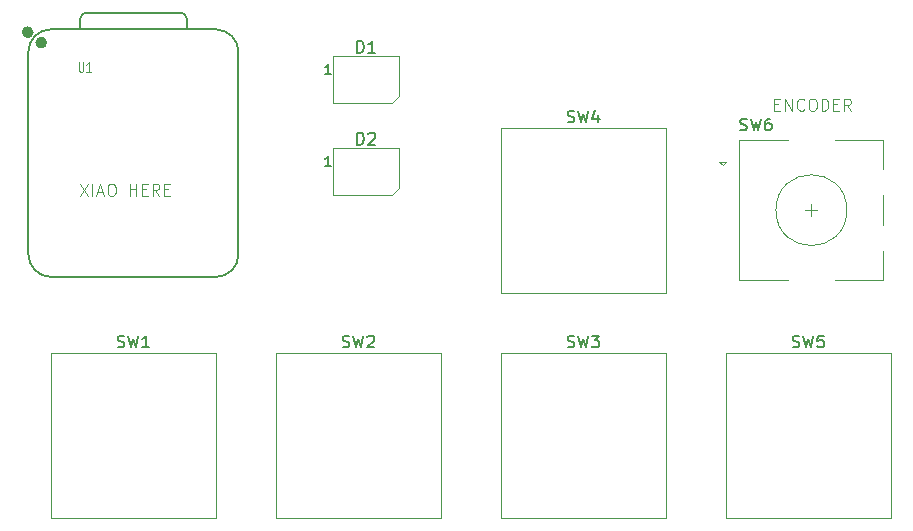
<source format=gbr>
%TF.GenerationSoftware,KiCad,Pcbnew,9.0.6*%
%TF.CreationDate,2025-12-15T23:37:31+00:00*%
%TF.ProjectId,Macropad,4d616372-6f70-4616-942e-6b696361645f,rev?*%
%TF.SameCoordinates,Original*%
%TF.FileFunction,Legend,Top*%
%TF.FilePolarity,Positive*%
%FSLAX46Y46*%
G04 Gerber Fmt 4.6, Leading zero omitted, Abs format (unit mm)*
G04 Created by KiCad (PCBNEW 9.0.6) date 2025-12-15 23:37:31*
%MOMM*%
%LPD*%
G01*
G04 APERTURE LIST*
%ADD10C,0.080000*%
%ADD11C,0.100000*%
%ADD12C,0.150000*%
%ADD13C,0.120000*%
%ADD14C,0.127000*%
%ADD15C,0.504000*%
G04 APERTURE END LIST*
D10*
X178090726Y-29149649D02*
X178424059Y-29149649D01*
X178566916Y-29673459D02*
X178090726Y-29673459D01*
X178090726Y-29673459D02*
X178090726Y-28673459D01*
X178090726Y-28673459D02*
X178566916Y-28673459D01*
X178995488Y-29673459D02*
X178995488Y-28673459D01*
X178995488Y-28673459D02*
X179566916Y-29673459D01*
X179566916Y-29673459D02*
X179566916Y-28673459D01*
X180614535Y-29578220D02*
X180566916Y-29625840D01*
X180566916Y-29625840D02*
X180424059Y-29673459D01*
X180424059Y-29673459D02*
X180328821Y-29673459D01*
X180328821Y-29673459D02*
X180185964Y-29625840D01*
X180185964Y-29625840D02*
X180090726Y-29530601D01*
X180090726Y-29530601D02*
X180043107Y-29435363D01*
X180043107Y-29435363D02*
X179995488Y-29244887D01*
X179995488Y-29244887D02*
X179995488Y-29102030D01*
X179995488Y-29102030D02*
X180043107Y-28911554D01*
X180043107Y-28911554D02*
X180090726Y-28816316D01*
X180090726Y-28816316D02*
X180185964Y-28721078D01*
X180185964Y-28721078D02*
X180328821Y-28673459D01*
X180328821Y-28673459D02*
X180424059Y-28673459D01*
X180424059Y-28673459D02*
X180566916Y-28721078D01*
X180566916Y-28721078D02*
X180614535Y-28768697D01*
X181233583Y-28673459D02*
X181424059Y-28673459D01*
X181424059Y-28673459D02*
X181519297Y-28721078D01*
X181519297Y-28721078D02*
X181614535Y-28816316D01*
X181614535Y-28816316D02*
X181662154Y-29006792D01*
X181662154Y-29006792D02*
X181662154Y-29340125D01*
X181662154Y-29340125D02*
X181614535Y-29530601D01*
X181614535Y-29530601D02*
X181519297Y-29625840D01*
X181519297Y-29625840D02*
X181424059Y-29673459D01*
X181424059Y-29673459D02*
X181233583Y-29673459D01*
X181233583Y-29673459D02*
X181138345Y-29625840D01*
X181138345Y-29625840D02*
X181043107Y-29530601D01*
X181043107Y-29530601D02*
X180995488Y-29340125D01*
X180995488Y-29340125D02*
X180995488Y-29006792D01*
X180995488Y-29006792D02*
X181043107Y-28816316D01*
X181043107Y-28816316D02*
X181138345Y-28721078D01*
X181138345Y-28721078D02*
X181233583Y-28673459D01*
X182090726Y-29673459D02*
X182090726Y-28673459D01*
X182090726Y-28673459D02*
X182328821Y-28673459D01*
X182328821Y-28673459D02*
X182471678Y-28721078D01*
X182471678Y-28721078D02*
X182566916Y-28816316D01*
X182566916Y-28816316D02*
X182614535Y-28911554D01*
X182614535Y-28911554D02*
X182662154Y-29102030D01*
X182662154Y-29102030D02*
X182662154Y-29244887D01*
X182662154Y-29244887D02*
X182614535Y-29435363D01*
X182614535Y-29435363D02*
X182566916Y-29530601D01*
X182566916Y-29530601D02*
X182471678Y-29625840D01*
X182471678Y-29625840D02*
X182328821Y-29673459D01*
X182328821Y-29673459D02*
X182090726Y-29673459D01*
X183090726Y-29149649D02*
X183424059Y-29149649D01*
X183566916Y-29673459D02*
X183090726Y-29673459D01*
X183090726Y-29673459D02*
X183090726Y-28673459D01*
X183090726Y-28673459D02*
X183566916Y-28673459D01*
X184566916Y-29673459D02*
X184233583Y-29197268D01*
X183995488Y-29673459D02*
X183995488Y-28673459D01*
X183995488Y-28673459D02*
X184376440Y-28673459D01*
X184376440Y-28673459D02*
X184471678Y-28721078D01*
X184471678Y-28721078D02*
X184519297Y-28768697D01*
X184519297Y-28768697D02*
X184566916Y-28863935D01*
X184566916Y-28863935D02*
X184566916Y-29006792D01*
X184566916Y-29006792D02*
X184519297Y-29102030D01*
X184519297Y-29102030D02*
X184471678Y-29149649D01*
X184471678Y-29149649D02*
X184376440Y-29197268D01*
X184376440Y-29197268D02*
X183995488Y-29197268D01*
D11*
X119308646Y-35872419D02*
X119975312Y-36872419D01*
X119975312Y-35872419D02*
X119308646Y-36872419D01*
X120356265Y-36872419D02*
X120356265Y-35872419D01*
X120784836Y-36586704D02*
X121261026Y-36586704D01*
X120689598Y-36872419D02*
X121022931Y-35872419D01*
X121022931Y-35872419D02*
X121356264Y-36872419D01*
X121880074Y-35872419D02*
X122070550Y-35872419D01*
X122070550Y-35872419D02*
X122165788Y-35920038D01*
X122165788Y-35920038D02*
X122261026Y-36015276D01*
X122261026Y-36015276D02*
X122308645Y-36205752D01*
X122308645Y-36205752D02*
X122308645Y-36539085D01*
X122308645Y-36539085D02*
X122261026Y-36729561D01*
X122261026Y-36729561D02*
X122165788Y-36824800D01*
X122165788Y-36824800D02*
X122070550Y-36872419D01*
X122070550Y-36872419D02*
X121880074Y-36872419D01*
X121880074Y-36872419D02*
X121784836Y-36824800D01*
X121784836Y-36824800D02*
X121689598Y-36729561D01*
X121689598Y-36729561D02*
X121641979Y-36539085D01*
X121641979Y-36539085D02*
X121641979Y-36205752D01*
X121641979Y-36205752D02*
X121689598Y-36015276D01*
X121689598Y-36015276D02*
X121784836Y-35920038D01*
X121784836Y-35920038D02*
X121880074Y-35872419D01*
X123499122Y-36872419D02*
X123499122Y-35872419D01*
X123499122Y-36348609D02*
X124070550Y-36348609D01*
X124070550Y-36872419D02*
X124070550Y-35872419D01*
X124546741Y-36348609D02*
X124880074Y-36348609D01*
X125022931Y-36872419D02*
X124546741Y-36872419D01*
X124546741Y-36872419D02*
X124546741Y-35872419D01*
X124546741Y-35872419D02*
X125022931Y-35872419D01*
X126022931Y-36872419D02*
X125689598Y-36396228D01*
X125451503Y-36872419D02*
X125451503Y-35872419D01*
X125451503Y-35872419D02*
X125832455Y-35872419D01*
X125832455Y-35872419D02*
X125927693Y-35920038D01*
X125927693Y-35920038D02*
X125975312Y-35967657D01*
X125975312Y-35967657D02*
X126022931Y-36062895D01*
X126022931Y-36062895D02*
X126022931Y-36205752D01*
X126022931Y-36205752D02*
X125975312Y-36300990D01*
X125975312Y-36300990D02*
X125927693Y-36348609D01*
X125927693Y-36348609D02*
X125832455Y-36396228D01*
X125832455Y-36396228D02*
X125451503Y-36396228D01*
X126451503Y-36348609D02*
X126784836Y-36348609D01*
X126927693Y-36872419D02*
X126451503Y-36872419D01*
X126451503Y-36872419D02*
X126451503Y-35872419D01*
X126451503Y-35872419D02*
X126927693Y-35872419D01*
D12*
X175191667Y-31307200D02*
X175334524Y-31354819D01*
X175334524Y-31354819D02*
X175572619Y-31354819D01*
X175572619Y-31354819D02*
X175667857Y-31307200D01*
X175667857Y-31307200D02*
X175715476Y-31259580D01*
X175715476Y-31259580D02*
X175763095Y-31164342D01*
X175763095Y-31164342D02*
X175763095Y-31069104D01*
X175763095Y-31069104D02*
X175715476Y-30973866D01*
X175715476Y-30973866D02*
X175667857Y-30926247D01*
X175667857Y-30926247D02*
X175572619Y-30878628D01*
X175572619Y-30878628D02*
X175382143Y-30831009D01*
X175382143Y-30831009D02*
X175286905Y-30783390D01*
X175286905Y-30783390D02*
X175239286Y-30735771D01*
X175239286Y-30735771D02*
X175191667Y-30640533D01*
X175191667Y-30640533D02*
X175191667Y-30545295D01*
X175191667Y-30545295D02*
X175239286Y-30450057D01*
X175239286Y-30450057D02*
X175286905Y-30402438D01*
X175286905Y-30402438D02*
X175382143Y-30354819D01*
X175382143Y-30354819D02*
X175620238Y-30354819D01*
X175620238Y-30354819D02*
X175763095Y-30402438D01*
X176096429Y-30354819D02*
X176334524Y-31354819D01*
X176334524Y-31354819D02*
X176525000Y-30640533D01*
X176525000Y-30640533D02*
X176715476Y-31354819D01*
X176715476Y-31354819D02*
X176953572Y-30354819D01*
X177763095Y-30354819D02*
X177572619Y-30354819D01*
X177572619Y-30354819D02*
X177477381Y-30402438D01*
X177477381Y-30402438D02*
X177429762Y-30450057D01*
X177429762Y-30450057D02*
X177334524Y-30592914D01*
X177334524Y-30592914D02*
X177286905Y-30783390D01*
X177286905Y-30783390D02*
X177286905Y-31164342D01*
X177286905Y-31164342D02*
X177334524Y-31259580D01*
X177334524Y-31259580D02*
X177382143Y-31307200D01*
X177382143Y-31307200D02*
X177477381Y-31354819D01*
X177477381Y-31354819D02*
X177667857Y-31354819D01*
X177667857Y-31354819D02*
X177763095Y-31307200D01*
X177763095Y-31307200D02*
X177810714Y-31259580D01*
X177810714Y-31259580D02*
X177858333Y-31164342D01*
X177858333Y-31164342D02*
X177858333Y-30926247D01*
X177858333Y-30926247D02*
X177810714Y-30831009D01*
X177810714Y-30831009D02*
X177763095Y-30783390D01*
X177763095Y-30783390D02*
X177667857Y-30735771D01*
X177667857Y-30735771D02*
X177477381Y-30735771D01*
X177477381Y-30735771D02*
X177382143Y-30783390D01*
X177382143Y-30783390D02*
X177334524Y-30831009D01*
X177334524Y-30831009D02*
X177286905Y-30926247D01*
X142768155Y-24773569D02*
X142768155Y-23773569D01*
X142768155Y-23773569D02*
X143006250Y-23773569D01*
X143006250Y-23773569D02*
X143149107Y-23821188D01*
X143149107Y-23821188D02*
X143244345Y-23916426D01*
X143244345Y-23916426D02*
X143291964Y-24011664D01*
X143291964Y-24011664D02*
X143339583Y-24202140D01*
X143339583Y-24202140D02*
X143339583Y-24344997D01*
X143339583Y-24344997D02*
X143291964Y-24535473D01*
X143291964Y-24535473D02*
X143244345Y-24630711D01*
X143244345Y-24630711D02*
X143149107Y-24725950D01*
X143149107Y-24725950D02*
X143006250Y-24773569D01*
X143006250Y-24773569D02*
X142768155Y-24773569D01*
X144291964Y-24773569D02*
X143720536Y-24773569D01*
X144006250Y-24773569D02*
X144006250Y-23773569D01*
X144006250Y-23773569D02*
X143911012Y-23916426D01*
X143911012Y-23916426D02*
X143815774Y-24011664D01*
X143815774Y-24011664D02*
X143720536Y-24059283D01*
X140534821Y-26556045D02*
X140077678Y-26556045D01*
X140306250Y-26556045D02*
X140306250Y-25756045D01*
X140306250Y-25756045D02*
X140230059Y-25870330D01*
X140230059Y-25870330D02*
X140153869Y-25946521D01*
X140153869Y-25946521D02*
X140077678Y-25984616D01*
X122491667Y-49683200D02*
X122634524Y-49730819D01*
X122634524Y-49730819D02*
X122872619Y-49730819D01*
X122872619Y-49730819D02*
X122967857Y-49683200D01*
X122967857Y-49683200D02*
X123015476Y-49635580D01*
X123015476Y-49635580D02*
X123063095Y-49540342D01*
X123063095Y-49540342D02*
X123063095Y-49445104D01*
X123063095Y-49445104D02*
X123015476Y-49349866D01*
X123015476Y-49349866D02*
X122967857Y-49302247D01*
X122967857Y-49302247D02*
X122872619Y-49254628D01*
X122872619Y-49254628D02*
X122682143Y-49207009D01*
X122682143Y-49207009D02*
X122586905Y-49159390D01*
X122586905Y-49159390D02*
X122539286Y-49111771D01*
X122539286Y-49111771D02*
X122491667Y-49016533D01*
X122491667Y-49016533D02*
X122491667Y-48921295D01*
X122491667Y-48921295D02*
X122539286Y-48826057D01*
X122539286Y-48826057D02*
X122586905Y-48778438D01*
X122586905Y-48778438D02*
X122682143Y-48730819D01*
X122682143Y-48730819D02*
X122920238Y-48730819D01*
X122920238Y-48730819D02*
X123063095Y-48778438D01*
X123396429Y-48730819D02*
X123634524Y-49730819D01*
X123634524Y-49730819D02*
X123825000Y-49016533D01*
X123825000Y-49016533D02*
X124015476Y-49730819D01*
X124015476Y-49730819D02*
X124253572Y-48730819D01*
X125158333Y-49730819D02*
X124586905Y-49730819D01*
X124872619Y-49730819D02*
X124872619Y-48730819D01*
X124872619Y-48730819D02*
X124777381Y-48873676D01*
X124777381Y-48873676D02*
X124682143Y-48968914D01*
X124682143Y-48968914D02*
X124586905Y-49016533D01*
X141541667Y-49683200D02*
X141684524Y-49730819D01*
X141684524Y-49730819D02*
X141922619Y-49730819D01*
X141922619Y-49730819D02*
X142017857Y-49683200D01*
X142017857Y-49683200D02*
X142065476Y-49635580D01*
X142065476Y-49635580D02*
X142113095Y-49540342D01*
X142113095Y-49540342D02*
X142113095Y-49445104D01*
X142113095Y-49445104D02*
X142065476Y-49349866D01*
X142065476Y-49349866D02*
X142017857Y-49302247D01*
X142017857Y-49302247D02*
X141922619Y-49254628D01*
X141922619Y-49254628D02*
X141732143Y-49207009D01*
X141732143Y-49207009D02*
X141636905Y-49159390D01*
X141636905Y-49159390D02*
X141589286Y-49111771D01*
X141589286Y-49111771D02*
X141541667Y-49016533D01*
X141541667Y-49016533D02*
X141541667Y-48921295D01*
X141541667Y-48921295D02*
X141589286Y-48826057D01*
X141589286Y-48826057D02*
X141636905Y-48778438D01*
X141636905Y-48778438D02*
X141732143Y-48730819D01*
X141732143Y-48730819D02*
X141970238Y-48730819D01*
X141970238Y-48730819D02*
X142113095Y-48778438D01*
X142446429Y-48730819D02*
X142684524Y-49730819D01*
X142684524Y-49730819D02*
X142875000Y-49016533D01*
X142875000Y-49016533D02*
X143065476Y-49730819D01*
X143065476Y-49730819D02*
X143303572Y-48730819D01*
X143636905Y-48826057D02*
X143684524Y-48778438D01*
X143684524Y-48778438D02*
X143779762Y-48730819D01*
X143779762Y-48730819D02*
X144017857Y-48730819D01*
X144017857Y-48730819D02*
X144113095Y-48778438D01*
X144113095Y-48778438D02*
X144160714Y-48826057D01*
X144160714Y-48826057D02*
X144208333Y-48921295D01*
X144208333Y-48921295D02*
X144208333Y-49016533D01*
X144208333Y-49016533D02*
X144160714Y-49159390D01*
X144160714Y-49159390D02*
X143589286Y-49730819D01*
X143589286Y-49730819D02*
X144208333Y-49730819D01*
X179641667Y-49683200D02*
X179784524Y-49730819D01*
X179784524Y-49730819D02*
X180022619Y-49730819D01*
X180022619Y-49730819D02*
X180117857Y-49683200D01*
X180117857Y-49683200D02*
X180165476Y-49635580D01*
X180165476Y-49635580D02*
X180213095Y-49540342D01*
X180213095Y-49540342D02*
X180213095Y-49445104D01*
X180213095Y-49445104D02*
X180165476Y-49349866D01*
X180165476Y-49349866D02*
X180117857Y-49302247D01*
X180117857Y-49302247D02*
X180022619Y-49254628D01*
X180022619Y-49254628D02*
X179832143Y-49207009D01*
X179832143Y-49207009D02*
X179736905Y-49159390D01*
X179736905Y-49159390D02*
X179689286Y-49111771D01*
X179689286Y-49111771D02*
X179641667Y-49016533D01*
X179641667Y-49016533D02*
X179641667Y-48921295D01*
X179641667Y-48921295D02*
X179689286Y-48826057D01*
X179689286Y-48826057D02*
X179736905Y-48778438D01*
X179736905Y-48778438D02*
X179832143Y-48730819D01*
X179832143Y-48730819D02*
X180070238Y-48730819D01*
X180070238Y-48730819D02*
X180213095Y-48778438D01*
X180546429Y-48730819D02*
X180784524Y-49730819D01*
X180784524Y-49730819D02*
X180975000Y-49016533D01*
X180975000Y-49016533D02*
X181165476Y-49730819D01*
X181165476Y-49730819D02*
X181403572Y-48730819D01*
X182260714Y-48730819D02*
X181784524Y-48730819D01*
X181784524Y-48730819D02*
X181736905Y-49207009D01*
X181736905Y-49207009D02*
X181784524Y-49159390D01*
X181784524Y-49159390D02*
X181879762Y-49111771D01*
X181879762Y-49111771D02*
X182117857Y-49111771D01*
X182117857Y-49111771D02*
X182213095Y-49159390D01*
X182213095Y-49159390D02*
X182260714Y-49207009D01*
X182260714Y-49207009D02*
X182308333Y-49302247D01*
X182308333Y-49302247D02*
X182308333Y-49540342D01*
X182308333Y-49540342D02*
X182260714Y-49635580D01*
X182260714Y-49635580D02*
X182213095Y-49683200D01*
X182213095Y-49683200D02*
X182117857Y-49730819D01*
X182117857Y-49730819D02*
X181879762Y-49730819D01*
X181879762Y-49730819D02*
X181784524Y-49683200D01*
X181784524Y-49683200D02*
X181736905Y-49635580D01*
X160591667Y-30633200D02*
X160734524Y-30680819D01*
X160734524Y-30680819D02*
X160972619Y-30680819D01*
X160972619Y-30680819D02*
X161067857Y-30633200D01*
X161067857Y-30633200D02*
X161115476Y-30585580D01*
X161115476Y-30585580D02*
X161163095Y-30490342D01*
X161163095Y-30490342D02*
X161163095Y-30395104D01*
X161163095Y-30395104D02*
X161115476Y-30299866D01*
X161115476Y-30299866D02*
X161067857Y-30252247D01*
X161067857Y-30252247D02*
X160972619Y-30204628D01*
X160972619Y-30204628D02*
X160782143Y-30157009D01*
X160782143Y-30157009D02*
X160686905Y-30109390D01*
X160686905Y-30109390D02*
X160639286Y-30061771D01*
X160639286Y-30061771D02*
X160591667Y-29966533D01*
X160591667Y-29966533D02*
X160591667Y-29871295D01*
X160591667Y-29871295D02*
X160639286Y-29776057D01*
X160639286Y-29776057D02*
X160686905Y-29728438D01*
X160686905Y-29728438D02*
X160782143Y-29680819D01*
X160782143Y-29680819D02*
X161020238Y-29680819D01*
X161020238Y-29680819D02*
X161163095Y-29728438D01*
X161496429Y-29680819D02*
X161734524Y-30680819D01*
X161734524Y-30680819D02*
X161925000Y-29966533D01*
X161925000Y-29966533D02*
X162115476Y-30680819D01*
X162115476Y-30680819D02*
X162353572Y-29680819D01*
X163163095Y-30014152D02*
X163163095Y-30680819D01*
X162925000Y-29633200D02*
X162686905Y-30347485D01*
X162686905Y-30347485D02*
X163305952Y-30347485D01*
X160591667Y-49683200D02*
X160734524Y-49730819D01*
X160734524Y-49730819D02*
X160972619Y-49730819D01*
X160972619Y-49730819D02*
X161067857Y-49683200D01*
X161067857Y-49683200D02*
X161115476Y-49635580D01*
X161115476Y-49635580D02*
X161163095Y-49540342D01*
X161163095Y-49540342D02*
X161163095Y-49445104D01*
X161163095Y-49445104D02*
X161115476Y-49349866D01*
X161115476Y-49349866D02*
X161067857Y-49302247D01*
X161067857Y-49302247D02*
X160972619Y-49254628D01*
X160972619Y-49254628D02*
X160782143Y-49207009D01*
X160782143Y-49207009D02*
X160686905Y-49159390D01*
X160686905Y-49159390D02*
X160639286Y-49111771D01*
X160639286Y-49111771D02*
X160591667Y-49016533D01*
X160591667Y-49016533D02*
X160591667Y-48921295D01*
X160591667Y-48921295D02*
X160639286Y-48826057D01*
X160639286Y-48826057D02*
X160686905Y-48778438D01*
X160686905Y-48778438D02*
X160782143Y-48730819D01*
X160782143Y-48730819D02*
X161020238Y-48730819D01*
X161020238Y-48730819D02*
X161163095Y-48778438D01*
X161496429Y-48730819D02*
X161734524Y-49730819D01*
X161734524Y-49730819D02*
X161925000Y-49016533D01*
X161925000Y-49016533D02*
X162115476Y-49730819D01*
X162115476Y-49730819D02*
X162353572Y-48730819D01*
X162639286Y-48730819D02*
X163258333Y-48730819D01*
X163258333Y-48730819D02*
X162925000Y-49111771D01*
X162925000Y-49111771D02*
X163067857Y-49111771D01*
X163067857Y-49111771D02*
X163163095Y-49159390D01*
X163163095Y-49159390D02*
X163210714Y-49207009D01*
X163210714Y-49207009D02*
X163258333Y-49302247D01*
X163258333Y-49302247D02*
X163258333Y-49540342D01*
X163258333Y-49540342D02*
X163210714Y-49635580D01*
X163210714Y-49635580D02*
X163163095Y-49683200D01*
X163163095Y-49683200D02*
X163067857Y-49730819D01*
X163067857Y-49730819D02*
X162782143Y-49730819D01*
X162782143Y-49730819D02*
X162686905Y-49683200D01*
X162686905Y-49683200D02*
X162639286Y-49635580D01*
D10*
X119216190Y-25565935D02*
X119216190Y-26213554D01*
X119216190Y-26213554D02*
X119246428Y-26289744D01*
X119246428Y-26289744D02*
X119276666Y-26327840D01*
X119276666Y-26327840D02*
X119337142Y-26365935D01*
X119337142Y-26365935D02*
X119458095Y-26365935D01*
X119458095Y-26365935D02*
X119518571Y-26327840D01*
X119518571Y-26327840D02*
X119548809Y-26289744D01*
X119548809Y-26289744D02*
X119579047Y-26213554D01*
X119579047Y-26213554D02*
X119579047Y-25565935D01*
X120214047Y-26365935D02*
X119851190Y-26365935D01*
X120032618Y-26365935D02*
X120032618Y-25565935D01*
X120032618Y-25565935D02*
X119972142Y-25680220D01*
X119972142Y-25680220D02*
X119911666Y-25756411D01*
X119911666Y-25756411D02*
X119851190Y-25794506D01*
D12*
X142768155Y-32548569D02*
X142768155Y-31548569D01*
X142768155Y-31548569D02*
X143006250Y-31548569D01*
X143006250Y-31548569D02*
X143149107Y-31596188D01*
X143149107Y-31596188D02*
X143244345Y-31691426D01*
X143244345Y-31691426D02*
X143291964Y-31786664D01*
X143291964Y-31786664D02*
X143339583Y-31977140D01*
X143339583Y-31977140D02*
X143339583Y-32119997D01*
X143339583Y-32119997D02*
X143291964Y-32310473D01*
X143291964Y-32310473D02*
X143244345Y-32405711D01*
X143244345Y-32405711D02*
X143149107Y-32500950D01*
X143149107Y-32500950D02*
X143006250Y-32548569D01*
X143006250Y-32548569D02*
X142768155Y-32548569D01*
X143720536Y-31643807D02*
X143768155Y-31596188D01*
X143768155Y-31596188D02*
X143863393Y-31548569D01*
X143863393Y-31548569D02*
X144101488Y-31548569D01*
X144101488Y-31548569D02*
X144196726Y-31596188D01*
X144196726Y-31596188D02*
X144244345Y-31643807D01*
X144244345Y-31643807D02*
X144291964Y-31739045D01*
X144291964Y-31739045D02*
X144291964Y-31834283D01*
X144291964Y-31834283D02*
X144244345Y-31977140D01*
X144244345Y-31977140D02*
X143672917Y-32548569D01*
X143672917Y-32548569D02*
X144291964Y-32548569D01*
X140534821Y-34331045D02*
X140077678Y-34331045D01*
X140306250Y-34331045D02*
X140306250Y-33531045D01*
X140306250Y-33531045D02*
X140230059Y-33645330D01*
X140230059Y-33645330D02*
X140153869Y-33721521D01*
X140153869Y-33721521D02*
X140077678Y-33759616D01*
D13*
%TO.C,SW6*%
X173425000Y-34000000D02*
X174025000Y-34000000D01*
X173725000Y-34300000D02*
X173425000Y-34000000D01*
X174025000Y-34000000D02*
X173725000Y-34300000D01*
X175125000Y-32200000D02*
X175125000Y-44000000D01*
X179225000Y-32200000D02*
X175125000Y-32200000D01*
X179225000Y-44000000D02*
X175125000Y-44000000D01*
X180725000Y-38100000D02*
X181725000Y-38100000D01*
X181225000Y-37600000D02*
X181225000Y-38600000D01*
X183225000Y-32200000D02*
X187325000Y-32200000D01*
X187325000Y-32200000D02*
X187325000Y-34600000D01*
X187325000Y-36800000D02*
X187325000Y-39400000D01*
X187325000Y-41600000D02*
X187325000Y-44000000D01*
X187325000Y-44000000D02*
X183225000Y-44000000D01*
X184225000Y-38100000D02*
G75*
G02*
X178225000Y-38100000I-3000000J0D01*
G01*
X178225000Y-38100000D02*
G75*
G02*
X184225000Y-38100000I3000000J0D01*
G01*
%TO.C,D1*%
X140706250Y-25068750D02*
X140706250Y-29068750D01*
X140706250Y-25068750D02*
X146306250Y-25068750D01*
X140706250Y-29068750D02*
X145706250Y-29068750D01*
X146306250Y-28468750D02*
X145706250Y-29068750D01*
X146306250Y-28468750D02*
X146306250Y-25068750D01*
%TO.C,SW1*%
X116840000Y-50165000D02*
X130810000Y-50165000D01*
X116840000Y-64135000D02*
X116840000Y-50165000D01*
X130810000Y-50165000D02*
X130810000Y-64135000D01*
X130810000Y-64135000D02*
X116840000Y-64135000D01*
%TO.C,SW2*%
X135890000Y-50165000D02*
X149860000Y-50165000D01*
X135890000Y-64135000D02*
X135890000Y-50165000D01*
X149860000Y-50165000D02*
X149860000Y-64135000D01*
X149860000Y-64135000D02*
X135890000Y-64135000D01*
%TO.C,SW5*%
X173990000Y-50165000D02*
X187960000Y-50165000D01*
X173990000Y-64135000D02*
X173990000Y-50165000D01*
X187960000Y-50165000D02*
X187960000Y-64135000D01*
X187960000Y-64135000D02*
X173990000Y-64135000D01*
%TO.C,SW4*%
X154940000Y-31115000D02*
X168910000Y-31115000D01*
X154940000Y-45085000D02*
X154940000Y-31115000D01*
X168910000Y-31115000D02*
X168910000Y-45085000D01*
X168910000Y-45085000D02*
X154940000Y-45085000D01*
%TO.C,SW3*%
X154940000Y-50165000D02*
X168910000Y-50165000D01*
X154940000Y-64135000D02*
X154940000Y-50165000D01*
X168910000Y-50165000D02*
X168910000Y-64135000D01*
X168910000Y-64135000D02*
X154940000Y-64135000D01*
D14*
%TO.C,U1*%
X114935000Y-41846500D02*
X114935000Y-24701500D01*
X116840000Y-43751500D02*
X130810000Y-43751500D01*
X119330000Y-22796500D02*
X119333728Y-21886228D01*
X119833728Y-21386500D02*
X127829000Y-21386500D01*
X128329000Y-21886500D02*
X128329000Y-22796500D01*
D11*
X130810000Y-22796500D02*
X116840000Y-22796500D01*
D14*
X130810000Y-22796500D02*
X116840000Y-22796500D01*
X132715000Y-41846500D02*
X132715000Y-24701500D01*
X114935000Y-24701500D02*
G75*
G02*
X116840000Y-22796500I1905001J-1D01*
G01*
X116840000Y-43751500D02*
G75*
G02*
X114935000Y-41846500I1J1905001D01*
G01*
X119333728Y-21886228D02*
G75*
G02*
X119833728Y-21386501I500018J-291D01*
G01*
X127829000Y-21386500D02*
G75*
G02*
X128329000Y-21886500I0J-500000D01*
G01*
X130810000Y-22796500D02*
G75*
G02*
X132715000Y-24701500I0J-1905000D01*
G01*
X132715000Y-41846500D02*
G75*
G02*
X130810000Y-43751500I-1905000J0D01*
G01*
D15*
X115127000Y-23037500D02*
G75*
G02*
X114623000Y-23037500I-252000J0D01*
G01*
X114623000Y-23037500D02*
G75*
G02*
X115127000Y-23037500I252000J0D01*
G01*
X116270000Y-23917500D02*
G75*
G02*
X115766000Y-23917500I-252000J0D01*
G01*
X115766000Y-23917500D02*
G75*
G02*
X116270000Y-23917500I252000J0D01*
G01*
D13*
%TO.C,D2*%
X140706250Y-32843750D02*
X140706250Y-36843750D01*
X140706250Y-32843750D02*
X146306250Y-32843750D01*
X140706250Y-36843750D02*
X145706250Y-36843750D01*
X146306250Y-36243750D02*
X145706250Y-36843750D01*
X146306250Y-36243750D02*
X146306250Y-32843750D01*
%TD*%
M02*

</source>
